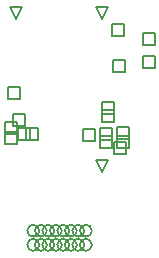
<source format=gbr>
%TF.GenerationSoftware,Altium Limited,Altium Designer,18.0.12 (696)*%
G04 Layer_Color=2752767*
%FSLAX45Y45*%
%MOMM*%
%TF.FileFunction,Drawing*%
%TF.Part,Single*%
G01*
G75*
%TA.AperFunction,NonConductor*%
%ADD80C,0.12700*%
%ADD94C,0.16933*%
D80*
X464200Y179700D02*
Y281300D01*
X565800D01*
Y179700D01*
X464200D01*
X-365000Y1324200D02*
X-415800Y1425800D01*
X-314200D01*
X-365000Y1324200D01*
X-351550Y292450D02*
Y394050D01*
X-249950D01*
Y292450D01*
X-351550D01*
X-283550D02*
Y394050D01*
X-181950D01*
Y292450D01*
X-283550D01*
X-463800Y264700D02*
Y366300D01*
X-362200D01*
Y264700D01*
X-463800D01*
X-463050Y347700D02*
Y449300D01*
X-361450D01*
Y347700D01*
X-463050D01*
X-438619Y644200D02*
Y745800D01*
X-337019D01*
Y644200D01*
X-438619D01*
X340200Y227200D02*
Y328800D01*
X441800D01*
Y227200D01*
X340200D01*
Y292450D02*
Y394050D01*
X441800D01*
Y292450D01*
X340200D01*
X365000Y1324200D02*
X314200Y1425800D01*
X415800D01*
X365000Y1324200D01*
Y24200D02*
X314200Y125800D01*
X415800D01*
X365000Y24200D01*
X488950Y225950D02*
Y327550D01*
X590550D01*
Y225950D01*
X488950D01*
X484200Y307200D02*
Y408800D01*
X585800D01*
Y307200D01*
X484200D01*
X449200Y1179200D02*
Y1280800D01*
X550800D01*
Y1179200D01*
X449200D01*
X201892Y284387D02*
Y385987D01*
X303492D01*
Y284387D01*
X201892D01*
X364200Y449200D02*
Y550800D01*
X465800D01*
Y449200D01*
X364200D01*
X454201Y874200D02*
Y975800D01*
X555801D01*
Y874200D01*
X454201D01*
X358290Y515199D02*
Y616799D01*
X459890D01*
Y515199D01*
X358290D01*
X-394550Y412200D02*
Y513800D01*
X-292950D01*
Y412200D01*
X-394550D01*
X709201Y1099200D02*
Y1200800D01*
X810801D01*
Y1099200D01*
X709201D01*
X704201Y903082D02*
Y1004682D01*
X805801D01*
Y903082D01*
X704201D01*
D94*
X274777Y-592140D02*
G03*
X274777Y-592140I-50800J0D01*
G01*
X147827D02*
G03*
X147827Y-592140I-50800J0D01*
G01*
X-42673Y-472840D02*
G03*
X-42673Y-472840I-50800J0D01*
G01*
X-106173D02*
G03*
X-106173Y-472840I-50800J0D01*
G01*
X-169673D02*
G03*
X-169673Y-472840I-50800J0D01*
G01*
X147827D02*
G03*
X147827Y-472840I-50800J0D01*
G01*
X84327D02*
G03*
X84327Y-472840I-50800J0D01*
G01*
X20827D02*
G03*
X20827Y-472840I-50800J0D01*
G01*
X-42673Y-592140D02*
G03*
X-42673Y-592140I-50800J0D01*
G01*
X-106173D02*
G03*
X-106173Y-592140I-50800J0D01*
G01*
X-169673D02*
G03*
X-169673Y-592140I-50800J0D01*
G01*
X20827D02*
G03*
X20827Y-592140I-50800J0D01*
G01*
X84327D02*
G03*
X84327Y-592140I-50800J0D01*
G01*
X211277Y-472840D02*
G03*
X211277Y-472840I-50800J0D01*
G01*
Y-592140D02*
G03*
X211277Y-592140I-50800J0D01*
G01*
X274777Y-472840D02*
G03*
X274777Y-472840I-50800J0D01*
G01*
%TF.MD5,5b30dee01ce8c990d45a7edd000bef38*%
M02*

</source>
